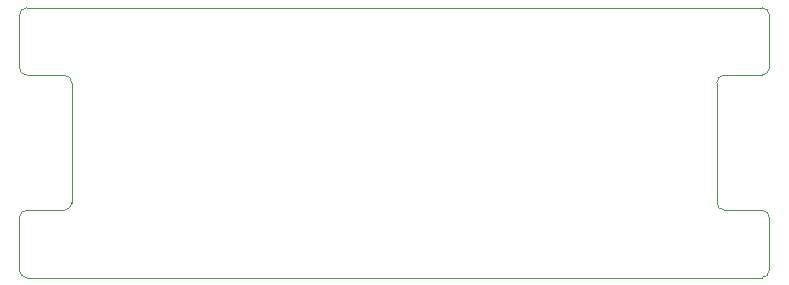
<source format=gm1>
G04 #@! TF.GenerationSoftware,KiCad,Pcbnew,(6.0.0-0)*
G04 #@! TF.CreationDate,2023-04-20T16:33:35-07:00*
G04 #@! TF.ProjectId,ItsyBitsy breadboard,49747379-4269-4747-9379-206272656164,3.0.0*
G04 #@! TF.SameCoordinates,Original*
G04 #@! TF.FileFunction,Profile,NP*
%FSLAX46Y46*%
G04 Gerber Fmt 4.6, Leading zero omitted, Abs format (unit mm)*
G04 Created by KiCad (PCBNEW (6.0.0-0)) date 2023-04-20 16:33:35*
%MOMM*%
%LPD*%
G01*
G04 APERTURE LIST*
G04 #@! TA.AperFunction,Profile*
%ADD10C,0.100000*%
G04 #@! TD*
G04 APERTURE END LIST*
D10*
X97282000Y-96520000D02*
X159512000Y-96520000D01*
X97282000Y-96520000D02*
G75*
G03*
X96647000Y-97155000I-1J-634999D01*
G01*
X96647000Y-118745000D02*
G75*
G03*
X97282000Y-119380000I634999J-1D01*
G01*
X96647000Y-101600000D02*
G75*
G03*
X97282000Y-102235000I634999J-1D01*
G01*
X97282000Y-113665000D02*
G75*
G03*
X96647000Y-114300000I-1J-634999D01*
G01*
X96647000Y-118745000D02*
X96647000Y-114300000D01*
X101092000Y-113030000D02*
X101092000Y-102870000D01*
X101092000Y-102870000D02*
G75*
G03*
X100457000Y-102235000I-634999J1D01*
G01*
X100457000Y-113665000D02*
G75*
G03*
X101092000Y-113030000I1J634999D01*
G01*
X97282000Y-102235000D02*
X100457000Y-102235000D01*
X97282000Y-113665000D02*
X100457000Y-113665000D01*
X97282000Y-119380000D02*
X159512000Y-119380000D01*
X96647000Y-101600000D02*
X96647000Y-97155000D01*
X160147000Y-101600000D02*
X160147000Y-97155000D01*
X160147000Y-114300000D02*
G75*
G03*
X159512000Y-113665000I-634999J1D01*
G01*
X160147000Y-97155000D02*
G75*
G03*
X159512000Y-96520000I-634999J1D01*
G01*
X159512000Y-113665000D02*
X156337000Y-113665000D01*
X156337000Y-102235000D02*
G75*
G03*
X155702000Y-102870000I-1J-634999D01*
G01*
X159512000Y-102235000D02*
X156337000Y-102235000D01*
X155702000Y-102870000D02*
X155702000Y-113030000D01*
X159512000Y-119380000D02*
G75*
G03*
X160147000Y-118745000I1J634999D01*
G01*
X155702000Y-113030000D02*
G75*
G03*
X156337000Y-113665000I634999J-1D01*
G01*
X159512000Y-102235000D02*
G75*
G03*
X160147000Y-101600000I1J634999D01*
G01*
X160147000Y-118745000D02*
X160147000Y-114300000D01*
M02*

</source>
